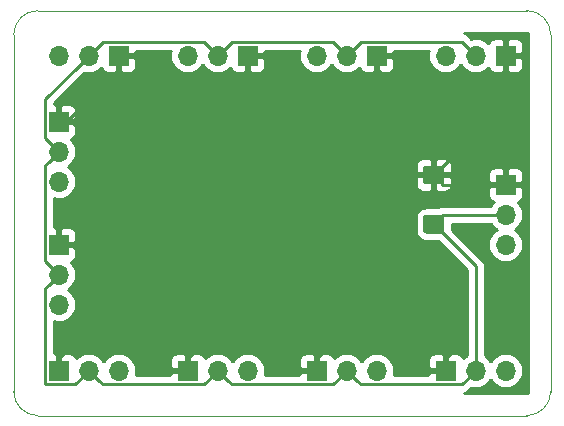
<source format=gbr>
G04 #@! TF.GenerationSoftware,KiCad,Pcbnew,5.1.4-e60b266~84~ubuntu18.04.1*
G04 #@! TF.CreationDate,2019-10-06T14:52:02-04:00*
G04 #@! TF.ProjectId,ds18b20,64733138-6232-4302-9e6b-696361645f70,rev?*
G04 #@! TF.SameCoordinates,Original*
G04 #@! TF.FileFunction,Copper,L1,Top*
G04 #@! TF.FilePolarity,Positive*
%FSLAX46Y46*%
G04 Gerber Fmt 4.6, Leading zero omitted, Abs format (unit mm)*
G04 Created by KiCad (PCBNEW 5.1.4-e60b266~84~ubuntu18.04.1) date 2019-10-06 14:52:02*
%MOMM*%
%LPD*%
G04 APERTURE LIST*
%ADD10C,0.050000*%
%ADD11O,1.700000X1.700000*%
%ADD12R,1.700000X1.700000*%
%ADD13C,0.100000*%
%ADD14C,1.575000*%
%ADD15C,0.250000*%
%ADD16C,0.254000*%
G04 APERTURE END LIST*
D10*
X89154000Y-22860000D02*
G75*
G02X91186000Y-24892000I0J-2032000D01*
G01*
X91186000Y-55118000D02*
G75*
G02X89154000Y-57150000I-2032000J0D01*
G01*
X47752000Y-57150000D02*
G75*
G02X45720000Y-55118000I0J2032000D01*
G01*
X45720000Y-24892000D02*
G75*
G02X47752000Y-22860000I2032000J0D01*
G01*
X47752000Y-22860000D02*
X48260000Y-22860000D01*
X45720000Y-55118000D02*
X45720000Y-24892000D01*
X89154000Y-57150000D02*
X47752000Y-57150000D01*
X91186000Y-24892000D02*
X91186000Y-55118000D01*
X48260000Y-22860000D02*
X89154000Y-22860000D01*
D11*
X49530000Y-26670000D03*
X52070000Y-26670000D03*
D12*
X54610000Y-26670000D03*
X49530000Y-32258000D03*
D11*
X49530000Y-34798000D03*
X49530000Y-37338000D03*
X60452000Y-26670000D03*
X62992000Y-26670000D03*
D12*
X65532000Y-26670000D03*
X76454000Y-26670000D03*
D11*
X73914000Y-26670000D03*
X71374000Y-26670000D03*
X82296000Y-26670000D03*
X84836000Y-26670000D03*
D12*
X87376000Y-26670000D03*
X71374000Y-53340000D03*
D11*
X73914000Y-53340000D03*
X76454000Y-53340000D03*
D12*
X49530000Y-42672000D03*
D11*
X49530000Y-45212000D03*
X49530000Y-47752000D03*
X54610000Y-53340000D03*
X52070000Y-53340000D03*
D12*
X49530000Y-53340000D03*
X60452000Y-53340000D03*
D11*
X62992000Y-53340000D03*
X65532000Y-53340000D03*
X87376000Y-53340000D03*
X84836000Y-53340000D03*
D12*
X82296000Y-53340000D03*
X87376000Y-37592000D03*
D11*
X87376000Y-40132000D03*
X87376000Y-42672000D03*
D13*
G36*
X81954505Y-35988204D02*
G01*
X81978773Y-35991804D01*
X82002572Y-35997765D01*
X82025671Y-36006030D01*
X82047850Y-36016520D01*
X82068893Y-36029132D01*
X82088599Y-36043747D01*
X82106777Y-36060223D01*
X82123253Y-36078401D01*
X82137868Y-36098107D01*
X82150480Y-36119150D01*
X82160970Y-36141329D01*
X82169235Y-36164428D01*
X82175196Y-36188227D01*
X82178796Y-36212495D01*
X82180000Y-36236999D01*
X82180000Y-37312001D01*
X82178796Y-37336505D01*
X82175196Y-37360773D01*
X82169235Y-37384572D01*
X82160970Y-37407671D01*
X82150480Y-37429850D01*
X82137868Y-37450893D01*
X82123253Y-37470599D01*
X82106777Y-37488777D01*
X82088599Y-37505253D01*
X82068893Y-37519868D01*
X82047850Y-37532480D01*
X82025671Y-37542970D01*
X82002572Y-37551235D01*
X81978773Y-37557196D01*
X81954505Y-37560796D01*
X81930001Y-37562000D01*
X80629999Y-37562000D01*
X80605495Y-37560796D01*
X80581227Y-37557196D01*
X80557428Y-37551235D01*
X80534329Y-37542970D01*
X80512150Y-37532480D01*
X80491107Y-37519868D01*
X80471401Y-37505253D01*
X80453223Y-37488777D01*
X80436747Y-37470599D01*
X80422132Y-37450893D01*
X80409520Y-37429850D01*
X80399030Y-37407671D01*
X80390765Y-37384572D01*
X80384804Y-37360773D01*
X80381204Y-37336505D01*
X80380000Y-37312001D01*
X80380000Y-36236999D01*
X80381204Y-36212495D01*
X80384804Y-36188227D01*
X80390765Y-36164428D01*
X80399030Y-36141329D01*
X80409520Y-36119150D01*
X80422132Y-36098107D01*
X80436747Y-36078401D01*
X80453223Y-36060223D01*
X80471401Y-36043747D01*
X80491107Y-36029132D01*
X80512150Y-36016520D01*
X80534329Y-36006030D01*
X80557428Y-35997765D01*
X80581227Y-35991804D01*
X80605495Y-35988204D01*
X80629999Y-35987000D01*
X81930001Y-35987000D01*
X81954505Y-35988204D01*
X81954505Y-35988204D01*
G37*
D14*
X81280000Y-36774500D03*
D13*
G36*
X81954505Y-40163204D02*
G01*
X81978773Y-40166804D01*
X82002572Y-40172765D01*
X82025671Y-40181030D01*
X82047850Y-40191520D01*
X82068893Y-40204132D01*
X82088599Y-40218747D01*
X82106777Y-40235223D01*
X82123253Y-40253401D01*
X82137868Y-40273107D01*
X82150480Y-40294150D01*
X82160970Y-40316329D01*
X82169235Y-40339428D01*
X82175196Y-40363227D01*
X82178796Y-40387495D01*
X82180000Y-40411999D01*
X82180000Y-41487001D01*
X82178796Y-41511505D01*
X82175196Y-41535773D01*
X82169235Y-41559572D01*
X82160970Y-41582671D01*
X82150480Y-41604850D01*
X82137868Y-41625893D01*
X82123253Y-41645599D01*
X82106777Y-41663777D01*
X82088599Y-41680253D01*
X82068893Y-41694868D01*
X82047850Y-41707480D01*
X82025671Y-41717970D01*
X82002572Y-41726235D01*
X81978773Y-41732196D01*
X81954505Y-41735796D01*
X81930001Y-41737000D01*
X80629999Y-41737000D01*
X80605495Y-41735796D01*
X80581227Y-41732196D01*
X80557428Y-41726235D01*
X80534329Y-41717970D01*
X80512150Y-41707480D01*
X80491107Y-41694868D01*
X80471401Y-41680253D01*
X80453223Y-41663777D01*
X80436747Y-41645599D01*
X80422132Y-41625893D01*
X80409520Y-41604850D01*
X80399030Y-41582671D01*
X80390765Y-41559572D01*
X80384804Y-41535773D01*
X80381204Y-41511505D01*
X80380000Y-41487001D01*
X80380000Y-40411999D01*
X80381204Y-40387495D01*
X80384804Y-40363227D01*
X80390765Y-40339428D01*
X80399030Y-40316329D01*
X80409520Y-40294150D01*
X80422132Y-40273107D01*
X80436747Y-40253401D01*
X80453223Y-40235223D01*
X80471401Y-40218747D01*
X80491107Y-40204132D01*
X80512150Y-40191520D01*
X80534329Y-40181030D01*
X80557428Y-40172765D01*
X80581227Y-40166804D01*
X80605495Y-40163204D01*
X80629999Y-40162000D01*
X81930001Y-40162000D01*
X81954505Y-40163204D01*
X81954505Y-40163204D01*
G37*
D14*
X81280000Y-40949500D03*
D15*
X82097500Y-40132000D02*
X81280000Y-40949500D01*
X87376000Y-40132000D02*
X82097500Y-40132000D01*
X84836000Y-44505500D02*
X84836000Y-53340000D01*
X81280000Y-40949500D02*
X84836000Y-44505500D01*
X74763999Y-54189999D02*
X73914000Y-53340000D01*
X75089001Y-54515001D02*
X74763999Y-54189999D01*
X83660999Y-54515001D02*
X75089001Y-54515001D01*
X84836000Y-53340000D02*
X83660999Y-54515001D01*
X63841999Y-54189999D02*
X62992000Y-53340000D01*
X64167001Y-54515001D02*
X63841999Y-54189999D01*
X72738999Y-54515001D02*
X64167001Y-54515001D01*
X73914000Y-53340000D02*
X72738999Y-54515001D01*
X52919999Y-54189999D02*
X52070000Y-53340000D01*
X53245001Y-54515001D02*
X52919999Y-54189999D01*
X61816999Y-54515001D02*
X53245001Y-54515001D01*
X62992000Y-53340000D02*
X61816999Y-54515001D01*
X48680001Y-46061999D02*
X49530000Y-45212000D01*
X48354999Y-46387001D02*
X48680001Y-46061999D01*
X48354999Y-54450001D02*
X48354999Y-46387001D01*
X48419999Y-54515001D02*
X48354999Y-54450001D01*
X50894999Y-54515001D02*
X48419999Y-54515001D01*
X52070000Y-53340000D02*
X50894999Y-54515001D01*
X48680001Y-35647999D02*
X49530000Y-34798000D01*
X48354999Y-35973001D02*
X48680001Y-35647999D01*
X48354999Y-44036999D02*
X48354999Y-35973001D01*
X49530000Y-45212000D02*
X48354999Y-44036999D01*
X51220001Y-27519999D02*
X52070000Y-26670000D01*
X48354999Y-30385001D02*
X51220001Y-27519999D01*
X48354999Y-33622999D02*
X48354999Y-30385001D01*
X49530000Y-34798000D02*
X48354999Y-33622999D01*
X62142001Y-25820001D02*
X62992000Y-26670000D01*
X61816999Y-25494999D02*
X62142001Y-25820001D01*
X53245001Y-25494999D02*
X61816999Y-25494999D01*
X52070000Y-26670000D02*
X53245001Y-25494999D01*
X73064001Y-25820001D02*
X73914000Y-26670000D01*
X72738999Y-25494999D02*
X73064001Y-25820001D01*
X64167001Y-25494999D02*
X72738999Y-25494999D01*
X62992000Y-26670000D02*
X64167001Y-25494999D01*
X83986001Y-25820001D02*
X84836000Y-26670000D01*
X83660999Y-25494999D02*
X83986001Y-25820001D01*
X75089001Y-25494999D02*
X83660999Y-25494999D01*
X73914000Y-26670000D02*
X75089001Y-25494999D01*
X76454000Y-27770000D02*
X77132000Y-28448000D01*
X76454000Y-26670000D02*
X76454000Y-27770000D01*
X87376000Y-27770000D02*
X87376000Y-26670000D01*
X86698000Y-28448000D02*
X87376000Y-27770000D01*
X77132000Y-28448000D02*
X86698000Y-28448000D01*
X65532000Y-28448000D02*
X65532000Y-26670000D01*
X76454000Y-27770000D02*
X75776000Y-28448000D01*
X75776000Y-28448000D02*
X65532000Y-28448000D01*
X54610000Y-28448000D02*
X54610000Y-26670000D01*
X64854000Y-28448000D02*
X54610000Y-28448000D01*
X65532000Y-26670000D02*
X65532000Y-27770000D01*
X65532000Y-27770000D02*
X64854000Y-28448000D01*
X50122000Y-32258000D02*
X49530000Y-32258000D01*
X54610000Y-27770000D02*
X50122000Y-32258000D01*
X54610000Y-26670000D02*
X54610000Y-27770000D01*
X50800000Y-42672000D02*
X49530000Y-42672000D01*
X51308000Y-43180000D02*
X50800000Y-42672000D01*
X51308000Y-32936000D02*
X51308000Y-43180000D01*
X49530000Y-32258000D02*
X50630000Y-32258000D01*
X50630000Y-32258000D02*
X51308000Y-32936000D01*
X50630000Y-42672000D02*
X51308000Y-43350000D01*
X49530000Y-42672000D02*
X50630000Y-42672000D01*
X49530000Y-52240000D02*
X49530000Y-53340000D01*
X51308000Y-50462000D02*
X49530000Y-52240000D01*
X51308000Y-43350000D02*
X51308000Y-50462000D01*
X60452000Y-52070000D02*
X60452000Y-53340000D01*
X60960000Y-51562000D02*
X60452000Y-52070000D01*
X49530000Y-52240000D02*
X50208000Y-51562000D01*
X50208000Y-51562000D02*
X60960000Y-51562000D01*
X71374000Y-52240000D02*
X71374000Y-53340000D01*
X72052000Y-51562000D02*
X71374000Y-52240000D01*
X61130000Y-51562000D02*
X72052000Y-51562000D01*
X60452000Y-52240000D02*
X61130000Y-51562000D01*
X60452000Y-53340000D02*
X60452000Y-52240000D01*
X82296000Y-52240000D02*
X82296000Y-53340000D01*
X82974000Y-51562000D02*
X82296000Y-52240000D01*
X72052000Y-51562000D02*
X82974000Y-51562000D01*
X82097500Y-37592000D02*
X81280000Y-36774500D01*
X87376000Y-37592000D02*
X82097500Y-37592000D01*
X87376000Y-30678500D02*
X81280000Y-36774500D01*
X87376000Y-26670000D02*
X87376000Y-30678500D01*
D16*
G36*
X89281000Y-55245000D02*
G01*
X83872634Y-55245000D01*
X83953246Y-55220547D01*
X84085275Y-55149975D01*
X84201000Y-55055002D01*
X84224803Y-55025998D01*
X84470004Y-54780797D01*
X84544889Y-54803513D01*
X84763050Y-54825000D01*
X84908950Y-54825000D01*
X85127111Y-54803513D01*
X85407034Y-54718599D01*
X85665014Y-54580706D01*
X85891134Y-54395134D01*
X86076706Y-54169014D01*
X86106000Y-54114209D01*
X86135294Y-54169014D01*
X86320866Y-54395134D01*
X86546986Y-54580706D01*
X86804966Y-54718599D01*
X87084889Y-54803513D01*
X87303050Y-54825000D01*
X87448950Y-54825000D01*
X87667111Y-54803513D01*
X87947034Y-54718599D01*
X88205014Y-54580706D01*
X88431134Y-54395134D01*
X88616706Y-54169014D01*
X88754599Y-53911034D01*
X88839513Y-53631111D01*
X88868185Y-53340000D01*
X88839513Y-53048889D01*
X88754599Y-52768966D01*
X88616706Y-52510986D01*
X88431134Y-52284866D01*
X88205014Y-52099294D01*
X87947034Y-51961401D01*
X87667111Y-51876487D01*
X87448950Y-51855000D01*
X87303050Y-51855000D01*
X87084889Y-51876487D01*
X86804966Y-51961401D01*
X86546986Y-52099294D01*
X86320866Y-52284866D01*
X86135294Y-52510986D01*
X86106000Y-52565791D01*
X86076706Y-52510986D01*
X85891134Y-52284866D01*
X85665014Y-52099294D01*
X85596000Y-52062405D01*
X85596000Y-44542822D01*
X85599676Y-44505499D01*
X85596000Y-44468176D01*
X85596000Y-44468167D01*
X85585003Y-44356514D01*
X85541546Y-44213253D01*
X85470974Y-44081224D01*
X85434680Y-44036999D01*
X85399799Y-43994496D01*
X85399795Y-43994492D01*
X85376001Y-43965499D01*
X85347009Y-43941706D01*
X82818072Y-41412770D01*
X82818072Y-40892000D01*
X86098405Y-40892000D01*
X86135294Y-40961014D01*
X86320866Y-41187134D01*
X86546986Y-41372706D01*
X86601791Y-41402000D01*
X86546986Y-41431294D01*
X86320866Y-41616866D01*
X86135294Y-41842986D01*
X85997401Y-42100966D01*
X85912487Y-42380889D01*
X85883815Y-42672000D01*
X85912487Y-42963111D01*
X85997401Y-43243034D01*
X86135294Y-43501014D01*
X86320866Y-43727134D01*
X86546986Y-43912706D01*
X86804966Y-44050599D01*
X87084889Y-44135513D01*
X87303050Y-44157000D01*
X87448950Y-44157000D01*
X87667111Y-44135513D01*
X87947034Y-44050599D01*
X88205014Y-43912706D01*
X88431134Y-43727134D01*
X88616706Y-43501014D01*
X88754599Y-43243034D01*
X88839513Y-42963111D01*
X88868185Y-42672000D01*
X88839513Y-42380889D01*
X88754599Y-42100966D01*
X88616706Y-41842986D01*
X88431134Y-41616866D01*
X88205014Y-41431294D01*
X88150209Y-41402000D01*
X88205014Y-41372706D01*
X88431134Y-41187134D01*
X88616706Y-40961014D01*
X88754599Y-40703034D01*
X88839513Y-40423111D01*
X88868185Y-40132000D01*
X88839513Y-39840889D01*
X88754599Y-39560966D01*
X88616706Y-39302986D01*
X88431134Y-39076866D01*
X88401313Y-39052393D01*
X88470180Y-39031502D01*
X88580494Y-38972537D01*
X88677185Y-38893185D01*
X88756537Y-38796494D01*
X88815502Y-38686180D01*
X88851812Y-38566482D01*
X88864072Y-38442000D01*
X88861000Y-37877750D01*
X88702250Y-37719000D01*
X87503000Y-37719000D01*
X87503000Y-37739000D01*
X87249000Y-37739000D01*
X87249000Y-37719000D01*
X86049750Y-37719000D01*
X85891000Y-37877750D01*
X85887928Y-38442000D01*
X85900188Y-38566482D01*
X85936498Y-38686180D01*
X85995463Y-38796494D01*
X86074815Y-38893185D01*
X86171506Y-38972537D01*
X86281820Y-39031502D01*
X86350687Y-39052393D01*
X86320866Y-39076866D01*
X86135294Y-39302986D01*
X86098405Y-39372000D01*
X82134833Y-39372000D01*
X82097500Y-39368323D01*
X82060167Y-39372000D01*
X81948514Y-39382997D01*
X81805253Y-39426454D01*
X81673224Y-39497026D01*
X81640444Y-39523928D01*
X80629999Y-39523928D01*
X80456745Y-39540992D01*
X80290149Y-39591528D01*
X80136613Y-39673595D01*
X80002038Y-39784038D01*
X79891595Y-39918613D01*
X79809528Y-40072149D01*
X79758992Y-40238745D01*
X79741928Y-40411999D01*
X79741928Y-41487001D01*
X79758992Y-41660255D01*
X79809528Y-41826851D01*
X79891595Y-41980387D01*
X80002038Y-42114962D01*
X80136613Y-42225405D01*
X80290149Y-42307472D01*
X80456745Y-42358008D01*
X80629999Y-42375072D01*
X81630770Y-42375072D01*
X84076000Y-44820303D01*
X84076001Y-52062405D01*
X84006986Y-52099294D01*
X83780866Y-52284866D01*
X83756393Y-52314687D01*
X83735502Y-52245820D01*
X83676537Y-52135506D01*
X83597185Y-52038815D01*
X83500494Y-51959463D01*
X83390180Y-51900498D01*
X83270482Y-51864188D01*
X83146000Y-51851928D01*
X82581750Y-51855000D01*
X82423000Y-52013750D01*
X82423000Y-53213000D01*
X82443000Y-53213000D01*
X82443000Y-53467000D01*
X82423000Y-53467000D01*
X82423000Y-53487000D01*
X82169000Y-53487000D01*
X82169000Y-53467000D01*
X80969750Y-53467000D01*
X80811000Y-53625750D01*
X80810296Y-53755001D01*
X77879931Y-53755001D01*
X77917513Y-53631111D01*
X77946185Y-53340000D01*
X77917513Y-53048889D01*
X77832599Y-52768966D01*
X77694706Y-52510986D01*
X77677484Y-52490000D01*
X80807928Y-52490000D01*
X80811000Y-53054250D01*
X80969750Y-53213000D01*
X82169000Y-53213000D01*
X82169000Y-52013750D01*
X82010250Y-51855000D01*
X81446000Y-51851928D01*
X81321518Y-51864188D01*
X81201820Y-51900498D01*
X81091506Y-51959463D01*
X80994815Y-52038815D01*
X80915463Y-52135506D01*
X80856498Y-52245820D01*
X80820188Y-52365518D01*
X80807928Y-52490000D01*
X77677484Y-52490000D01*
X77509134Y-52284866D01*
X77283014Y-52099294D01*
X77025034Y-51961401D01*
X76745111Y-51876487D01*
X76526950Y-51855000D01*
X76381050Y-51855000D01*
X76162889Y-51876487D01*
X75882966Y-51961401D01*
X75624986Y-52099294D01*
X75398866Y-52284866D01*
X75213294Y-52510986D01*
X75184000Y-52565791D01*
X75154706Y-52510986D01*
X74969134Y-52284866D01*
X74743014Y-52099294D01*
X74485034Y-51961401D01*
X74205111Y-51876487D01*
X73986950Y-51855000D01*
X73841050Y-51855000D01*
X73622889Y-51876487D01*
X73342966Y-51961401D01*
X73084986Y-52099294D01*
X72858866Y-52284866D01*
X72834393Y-52314687D01*
X72813502Y-52245820D01*
X72754537Y-52135506D01*
X72675185Y-52038815D01*
X72578494Y-51959463D01*
X72468180Y-51900498D01*
X72348482Y-51864188D01*
X72224000Y-51851928D01*
X71659750Y-51855000D01*
X71501000Y-52013750D01*
X71501000Y-53213000D01*
X71521000Y-53213000D01*
X71521000Y-53467000D01*
X71501000Y-53467000D01*
X71501000Y-53487000D01*
X71247000Y-53487000D01*
X71247000Y-53467000D01*
X70047750Y-53467000D01*
X69889000Y-53625750D01*
X69888296Y-53755001D01*
X66957931Y-53755001D01*
X66995513Y-53631111D01*
X67024185Y-53340000D01*
X66995513Y-53048889D01*
X66910599Y-52768966D01*
X66772706Y-52510986D01*
X66755484Y-52490000D01*
X69885928Y-52490000D01*
X69889000Y-53054250D01*
X70047750Y-53213000D01*
X71247000Y-53213000D01*
X71247000Y-52013750D01*
X71088250Y-51855000D01*
X70524000Y-51851928D01*
X70399518Y-51864188D01*
X70279820Y-51900498D01*
X70169506Y-51959463D01*
X70072815Y-52038815D01*
X69993463Y-52135506D01*
X69934498Y-52245820D01*
X69898188Y-52365518D01*
X69885928Y-52490000D01*
X66755484Y-52490000D01*
X66587134Y-52284866D01*
X66361014Y-52099294D01*
X66103034Y-51961401D01*
X65823111Y-51876487D01*
X65604950Y-51855000D01*
X65459050Y-51855000D01*
X65240889Y-51876487D01*
X64960966Y-51961401D01*
X64702986Y-52099294D01*
X64476866Y-52284866D01*
X64291294Y-52510986D01*
X64262000Y-52565791D01*
X64232706Y-52510986D01*
X64047134Y-52284866D01*
X63821014Y-52099294D01*
X63563034Y-51961401D01*
X63283111Y-51876487D01*
X63064950Y-51855000D01*
X62919050Y-51855000D01*
X62700889Y-51876487D01*
X62420966Y-51961401D01*
X62162986Y-52099294D01*
X61936866Y-52284866D01*
X61912393Y-52314687D01*
X61891502Y-52245820D01*
X61832537Y-52135506D01*
X61753185Y-52038815D01*
X61656494Y-51959463D01*
X61546180Y-51900498D01*
X61426482Y-51864188D01*
X61302000Y-51851928D01*
X60737750Y-51855000D01*
X60579000Y-52013750D01*
X60579000Y-53213000D01*
X60599000Y-53213000D01*
X60599000Y-53467000D01*
X60579000Y-53467000D01*
X60579000Y-53487000D01*
X60325000Y-53487000D01*
X60325000Y-53467000D01*
X59125750Y-53467000D01*
X58967000Y-53625750D01*
X58966296Y-53755001D01*
X56035931Y-53755001D01*
X56073513Y-53631111D01*
X56102185Y-53340000D01*
X56073513Y-53048889D01*
X55988599Y-52768966D01*
X55850706Y-52510986D01*
X55833484Y-52490000D01*
X58963928Y-52490000D01*
X58967000Y-53054250D01*
X59125750Y-53213000D01*
X60325000Y-53213000D01*
X60325000Y-52013750D01*
X60166250Y-51855000D01*
X59602000Y-51851928D01*
X59477518Y-51864188D01*
X59357820Y-51900498D01*
X59247506Y-51959463D01*
X59150815Y-52038815D01*
X59071463Y-52135506D01*
X59012498Y-52245820D01*
X58976188Y-52365518D01*
X58963928Y-52490000D01*
X55833484Y-52490000D01*
X55665134Y-52284866D01*
X55439014Y-52099294D01*
X55181034Y-51961401D01*
X54901111Y-51876487D01*
X54682950Y-51855000D01*
X54537050Y-51855000D01*
X54318889Y-51876487D01*
X54038966Y-51961401D01*
X53780986Y-52099294D01*
X53554866Y-52284866D01*
X53369294Y-52510986D01*
X53340000Y-52565791D01*
X53310706Y-52510986D01*
X53125134Y-52284866D01*
X52899014Y-52099294D01*
X52641034Y-51961401D01*
X52361111Y-51876487D01*
X52142950Y-51855000D01*
X51997050Y-51855000D01*
X51778889Y-51876487D01*
X51498966Y-51961401D01*
X51240986Y-52099294D01*
X51014866Y-52284866D01*
X50990393Y-52314687D01*
X50969502Y-52245820D01*
X50910537Y-52135506D01*
X50831185Y-52038815D01*
X50734494Y-51959463D01*
X50624180Y-51900498D01*
X50504482Y-51864188D01*
X50380000Y-51851928D01*
X49815750Y-51855000D01*
X49657000Y-52013750D01*
X49657000Y-53213000D01*
X49677000Y-53213000D01*
X49677000Y-53467000D01*
X49657000Y-53467000D01*
X49657000Y-53487000D01*
X49403000Y-53487000D01*
X49403000Y-53467000D01*
X49383000Y-53467000D01*
X49383000Y-53213000D01*
X49403000Y-53213000D01*
X49403000Y-52013750D01*
X49244250Y-51855000D01*
X49114999Y-51854296D01*
X49114999Y-49177931D01*
X49238889Y-49215513D01*
X49457050Y-49237000D01*
X49602950Y-49237000D01*
X49821111Y-49215513D01*
X50101034Y-49130599D01*
X50359014Y-48992706D01*
X50585134Y-48807134D01*
X50770706Y-48581014D01*
X50908599Y-48323034D01*
X50993513Y-48043111D01*
X51022185Y-47752000D01*
X50993513Y-47460889D01*
X50908599Y-47180966D01*
X50770706Y-46922986D01*
X50585134Y-46696866D01*
X50359014Y-46511294D01*
X50304209Y-46482000D01*
X50359014Y-46452706D01*
X50585134Y-46267134D01*
X50770706Y-46041014D01*
X50908599Y-45783034D01*
X50993513Y-45503111D01*
X51022185Y-45212000D01*
X50993513Y-44920889D01*
X50908599Y-44640966D01*
X50770706Y-44382986D01*
X50585134Y-44156866D01*
X50555313Y-44132393D01*
X50624180Y-44111502D01*
X50734494Y-44052537D01*
X50831185Y-43973185D01*
X50910537Y-43876494D01*
X50969502Y-43766180D01*
X51005812Y-43646482D01*
X51018072Y-43522000D01*
X51015000Y-42957750D01*
X50856250Y-42799000D01*
X49657000Y-42799000D01*
X49657000Y-42819000D01*
X49403000Y-42819000D01*
X49403000Y-42799000D01*
X49383000Y-42799000D01*
X49383000Y-42545000D01*
X49403000Y-42545000D01*
X49403000Y-41345750D01*
X49657000Y-41345750D01*
X49657000Y-42545000D01*
X50856250Y-42545000D01*
X51015000Y-42386250D01*
X51018072Y-41822000D01*
X51005812Y-41697518D01*
X50969502Y-41577820D01*
X50910537Y-41467506D01*
X50831185Y-41370815D01*
X50734494Y-41291463D01*
X50624180Y-41232498D01*
X50504482Y-41196188D01*
X50380000Y-41183928D01*
X49815750Y-41187000D01*
X49657000Y-41345750D01*
X49403000Y-41345750D01*
X49244250Y-41187000D01*
X49114999Y-41186296D01*
X49114999Y-38763931D01*
X49238889Y-38801513D01*
X49457050Y-38823000D01*
X49602950Y-38823000D01*
X49821111Y-38801513D01*
X50101034Y-38716599D01*
X50359014Y-38578706D01*
X50585134Y-38393134D01*
X50770706Y-38167014D01*
X50908599Y-37909034D01*
X50993513Y-37629111D01*
X51000122Y-37562000D01*
X79741928Y-37562000D01*
X79754188Y-37686482D01*
X79790498Y-37806180D01*
X79849463Y-37916494D01*
X79928815Y-38013185D01*
X80025506Y-38092537D01*
X80135820Y-38151502D01*
X80255518Y-38187812D01*
X80380000Y-38200072D01*
X80994250Y-38197000D01*
X81153000Y-38038250D01*
X81153000Y-36901500D01*
X81407000Y-36901500D01*
X81407000Y-38038250D01*
X81565750Y-38197000D01*
X82180000Y-38200072D01*
X82304482Y-38187812D01*
X82424180Y-38151502D01*
X82534494Y-38092537D01*
X82631185Y-38013185D01*
X82710537Y-37916494D01*
X82769502Y-37806180D01*
X82805812Y-37686482D01*
X82818072Y-37562000D01*
X82815000Y-37060250D01*
X82656250Y-36901500D01*
X81407000Y-36901500D01*
X81153000Y-36901500D01*
X79903750Y-36901500D01*
X79745000Y-37060250D01*
X79741928Y-37562000D01*
X51000122Y-37562000D01*
X51022185Y-37338000D01*
X50993513Y-37046889D01*
X50908599Y-36766966D01*
X50895255Y-36742000D01*
X85887928Y-36742000D01*
X85891000Y-37306250D01*
X86049750Y-37465000D01*
X87249000Y-37465000D01*
X87249000Y-36265750D01*
X87503000Y-36265750D01*
X87503000Y-37465000D01*
X88702250Y-37465000D01*
X88861000Y-37306250D01*
X88864072Y-36742000D01*
X88851812Y-36617518D01*
X88815502Y-36497820D01*
X88756537Y-36387506D01*
X88677185Y-36290815D01*
X88580494Y-36211463D01*
X88470180Y-36152498D01*
X88350482Y-36116188D01*
X88226000Y-36103928D01*
X87661750Y-36107000D01*
X87503000Y-36265750D01*
X87249000Y-36265750D01*
X87090250Y-36107000D01*
X86526000Y-36103928D01*
X86401518Y-36116188D01*
X86281820Y-36152498D01*
X86171506Y-36211463D01*
X86074815Y-36290815D01*
X85995463Y-36387506D01*
X85936498Y-36497820D01*
X85900188Y-36617518D01*
X85887928Y-36742000D01*
X50895255Y-36742000D01*
X50770706Y-36508986D01*
X50585134Y-36282866D01*
X50359014Y-36097294D01*
X50304209Y-36068000D01*
X50359014Y-36038706D01*
X50422017Y-35987000D01*
X79741928Y-35987000D01*
X79745000Y-36488750D01*
X79903750Y-36647500D01*
X81153000Y-36647500D01*
X81153000Y-35510750D01*
X81407000Y-35510750D01*
X81407000Y-36647500D01*
X82656250Y-36647500D01*
X82815000Y-36488750D01*
X82818072Y-35987000D01*
X82805812Y-35862518D01*
X82769502Y-35742820D01*
X82710537Y-35632506D01*
X82631185Y-35535815D01*
X82534494Y-35456463D01*
X82424180Y-35397498D01*
X82304482Y-35361188D01*
X82180000Y-35348928D01*
X81565750Y-35352000D01*
X81407000Y-35510750D01*
X81153000Y-35510750D01*
X80994250Y-35352000D01*
X80380000Y-35348928D01*
X80255518Y-35361188D01*
X80135820Y-35397498D01*
X80025506Y-35456463D01*
X79928815Y-35535815D01*
X79849463Y-35632506D01*
X79790498Y-35742820D01*
X79754188Y-35862518D01*
X79741928Y-35987000D01*
X50422017Y-35987000D01*
X50585134Y-35853134D01*
X50770706Y-35627014D01*
X50908599Y-35369034D01*
X50993513Y-35089111D01*
X51022185Y-34798000D01*
X50993513Y-34506889D01*
X50908599Y-34226966D01*
X50770706Y-33968986D01*
X50585134Y-33742866D01*
X50555313Y-33718393D01*
X50624180Y-33697502D01*
X50734494Y-33638537D01*
X50831185Y-33559185D01*
X50910537Y-33462494D01*
X50969502Y-33352180D01*
X51005812Y-33232482D01*
X51018072Y-33108000D01*
X51015000Y-32543750D01*
X50856250Y-32385000D01*
X49657000Y-32385000D01*
X49657000Y-32405000D01*
X49403000Y-32405000D01*
X49403000Y-32385000D01*
X49383000Y-32385000D01*
X49383000Y-32131000D01*
X49403000Y-32131000D01*
X49403000Y-30931750D01*
X49657000Y-30931750D01*
X49657000Y-32131000D01*
X50856250Y-32131000D01*
X51015000Y-31972250D01*
X51018072Y-31408000D01*
X51005812Y-31283518D01*
X50969502Y-31163820D01*
X50910537Y-31053506D01*
X50831185Y-30956815D01*
X50734494Y-30877463D01*
X50624180Y-30818498D01*
X50504482Y-30782188D01*
X50380000Y-30769928D01*
X49815750Y-30773000D01*
X49657000Y-30931750D01*
X49403000Y-30931750D01*
X49244250Y-30773000D01*
X49114999Y-30772296D01*
X49114999Y-30699802D01*
X51704005Y-28110797D01*
X51778889Y-28133513D01*
X51997050Y-28155000D01*
X52142950Y-28155000D01*
X52361111Y-28133513D01*
X52641034Y-28048599D01*
X52899014Y-27910706D01*
X53125134Y-27725134D01*
X53149607Y-27695313D01*
X53170498Y-27764180D01*
X53229463Y-27874494D01*
X53308815Y-27971185D01*
X53405506Y-28050537D01*
X53515820Y-28109502D01*
X53635518Y-28145812D01*
X53760000Y-28158072D01*
X54324250Y-28155000D01*
X54483000Y-27996250D01*
X54483000Y-26797000D01*
X54737000Y-26797000D01*
X54737000Y-27996250D01*
X54895750Y-28155000D01*
X55460000Y-28158072D01*
X55584482Y-28145812D01*
X55704180Y-28109502D01*
X55814494Y-28050537D01*
X55911185Y-27971185D01*
X55990537Y-27874494D01*
X56049502Y-27764180D01*
X56085812Y-27644482D01*
X56098072Y-27520000D01*
X56095000Y-26955750D01*
X55936250Y-26797000D01*
X54737000Y-26797000D01*
X54483000Y-26797000D01*
X54463000Y-26797000D01*
X54463000Y-26543000D01*
X54483000Y-26543000D01*
X54483000Y-26523000D01*
X54737000Y-26523000D01*
X54737000Y-26543000D01*
X55936250Y-26543000D01*
X56095000Y-26384250D01*
X56095704Y-26254999D01*
X59026069Y-26254999D01*
X58988487Y-26378889D01*
X58959815Y-26670000D01*
X58988487Y-26961111D01*
X59073401Y-27241034D01*
X59211294Y-27499014D01*
X59396866Y-27725134D01*
X59622986Y-27910706D01*
X59880966Y-28048599D01*
X60160889Y-28133513D01*
X60379050Y-28155000D01*
X60524950Y-28155000D01*
X60743111Y-28133513D01*
X61023034Y-28048599D01*
X61281014Y-27910706D01*
X61507134Y-27725134D01*
X61692706Y-27499014D01*
X61722000Y-27444209D01*
X61751294Y-27499014D01*
X61936866Y-27725134D01*
X62162986Y-27910706D01*
X62420966Y-28048599D01*
X62700889Y-28133513D01*
X62919050Y-28155000D01*
X63064950Y-28155000D01*
X63283111Y-28133513D01*
X63563034Y-28048599D01*
X63821014Y-27910706D01*
X64047134Y-27725134D01*
X64071607Y-27695313D01*
X64092498Y-27764180D01*
X64151463Y-27874494D01*
X64230815Y-27971185D01*
X64327506Y-28050537D01*
X64437820Y-28109502D01*
X64557518Y-28145812D01*
X64682000Y-28158072D01*
X65246250Y-28155000D01*
X65405000Y-27996250D01*
X65405000Y-26797000D01*
X65659000Y-26797000D01*
X65659000Y-27996250D01*
X65817750Y-28155000D01*
X66382000Y-28158072D01*
X66506482Y-28145812D01*
X66626180Y-28109502D01*
X66736494Y-28050537D01*
X66833185Y-27971185D01*
X66912537Y-27874494D01*
X66971502Y-27764180D01*
X67007812Y-27644482D01*
X67020072Y-27520000D01*
X67017000Y-26955750D01*
X66858250Y-26797000D01*
X65659000Y-26797000D01*
X65405000Y-26797000D01*
X65385000Y-26797000D01*
X65385000Y-26543000D01*
X65405000Y-26543000D01*
X65405000Y-26523000D01*
X65659000Y-26523000D01*
X65659000Y-26543000D01*
X66858250Y-26543000D01*
X67017000Y-26384250D01*
X67017704Y-26254999D01*
X69948069Y-26254999D01*
X69910487Y-26378889D01*
X69881815Y-26670000D01*
X69910487Y-26961111D01*
X69995401Y-27241034D01*
X70133294Y-27499014D01*
X70318866Y-27725134D01*
X70544986Y-27910706D01*
X70802966Y-28048599D01*
X71082889Y-28133513D01*
X71301050Y-28155000D01*
X71446950Y-28155000D01*
X71665111Y-28133513D01*
X71945034Y-28048599D01*
X72203014Y-27910706D01*
X72429134Y-27725134D01*
X72614706Y-27499014D01*
X72644000Y-27444209D01*
X72673294Y-27499014D01*
X72858866Y-27725134D01*
X73084986Y-27910706D01*
X73342966Y-28048599D01*
X73622889Y-28133513D01*
X73841050Y-28155000D01*
X73986950Y-28155000D01*
X74205111Y-28133513D01*
X74485034Y-28048599D01*
X74743014Y-27910706D01*
X74969134Y-27725134D01*
X74993607Y-27695313D01*
X75014498Y-27764180D01*
X75073463Y-27874494D01*
X75152815Y-27971185D01*
X75249506Y-28050537D01*
X75359820Y-28109502D01*
X75479518Y-28145812D01*
X75604000Y-28158072D01*
X76168250Y-28155000D01*
X76327000Y-27996250D01*
X76327000Y-26797000D01*
X76581000Y-26797000D01*
X76581000Y-27996250D01*
X76739750Y-28155000D01*
X77304000Y-28158072D01*
X77428482Y-28145812D01*
X77548180Y-28109502D01*
X77658494Y-28050537D01*
X77755185Y-27971185D01*
X77834537Y-27874494D01*
X77893502Y-27764180D01*
X77929812Y-27644482D01*
X77942072Y-27520000D01*
X77939000Y-26955750D01*
X77780250Y-26797000D01*
X76581000Y-26797000D01*
X76327000Y-26797000D01*
X76307000Y-26797000D01*
X76307000Y-26543000D01*
X76327000Y-26543000D01*
X76327000Y-26523000D01*
X76581000Y-26523000D01*
X76581000Y-26543000D01*
X77780250Y-26543000D01*
X77939000Y-26384250D01*
X77939704Y-26254999D01*
X80870069Y-26254999D01*
X80832487Y-26378889D01*
X80803815Y-26670000D01*
X80832487Y-26961111D01*
X80917401Y-27241034D01*
X81055294Y-27499014D01*
X81240866Y-27725134D01*
X81466986Y-27910706D01*
X81724966Y-28048599D01*
X82004889Y-28133513D01*
X82223050Y-28155000D01*
X82368950Y-28155000D01*
X82587111Y-28133513D01*
X82867034Y-28048599D01*
X83125014Y-27910706D01*
X83351134Y-27725134D01*
X83536706Y-27499014D01*
X83566000Y-27444209D01*
X83595294Y-27499014D01*
X83780866Y-27725134D01*
X84006986Y-27910706D01*
X84264966Y-28048599D01*
X84544889Y-28133513D01*
X84763050Y-28155000D01*
X84908950Y-28155000D01*
X85127111Y-28133513D01*
X85407034Y-28048599D01*
X85665014Y-27910706D01*
X85891134Y-27725134D01*
X85915607Y-27695313D01*
X85936498Y-27764180D01*
X85995463Y-27874494D01*
X86074815Y-27971185D01*
X86171506Y-28050537D01*
X86281820Y-28109502D01*
X86401518Y-28145812D01*
X86526000Y-28158072D01*
X87090250Y-28155000D01*
X87249000Y-27996250D01*
X87249000Y-26797000D01*
X87503000Y-26797000D01*
X87503000Y-27996250D01*
X87661750Y-28155000D01*
X88226000Y-28158072D01*
X88350482Y-28145812D01*
X88470180Y-28109502D01*
X88580494Y-28050537D01*
X88677185Y-27971185D01*
X88756537Y-27874494D01*
X88815502Y-27764180D01*
X88851812Y-27644482D01*
X88864072Y-27520000D01*
X88861000Y-26955750D01*
X88702250Y-26797000D01*
X87503000Y-26797000D01*
X87249000Y-26797000D01*
X87229000Y-26797000D01*
X87229000Y-26543000D01*
X87249000Y-26543000D01*
X87249000Y-25343750D01*
X87503000Y-25343750D01*
X87503000Y-26543000D01*
X88702250Y-26543000D01*
X88861000Y-26384250D01*
X88864072Y-25820000D01*
X88851812Y-25695518D01*
X88815502Y-25575820D01*
X88756537Y-25465506D01*
X88677185Y-25368815D01*
X88580494Y-25289463D01*
X88470180Y-25230498D01*
X88350482Y-25194188D01*
X88226000Y-25181928D01*
X87661750Y-25185000D01*
X87503000Y-25343750D01*
X87249000Y-25343750D01*
X87090250Y-25185000D01*
X86526000Y-25181928D01*
X86401518Y-25194188D01*
X86281820Y-25230498D01*
X86171506Y-25289463D01*
X86074815Y-25368815D01*
X85995463Y-25465506D01*
X85936498Y-25575820D01*
X85915607Y-25644687D01*
X85891134Y-25614866D01*
X85665014Y-25429294D01*
X85407034Y-25291401D01*
X85127111Y-25206487D01*
X84908950Y-25185000D01*
X84763050Y-25185000D01*
X84544889Y-25206487D01*
X84470004Y-25229203D01*
X84224803Y-24984002D01*
X84201000Y-24954998D01*
X84085275Y-24860025D01*
X83953246Y-24789453D01*
X83872634Y-24765000D01*
X89281000Y-24765000D01*
X89281000Y-55245000D01*
X89281000Y-55245000D01*
G37*
X89281000Y-55245000D02*
X83872634Y-55245000D01*
X83953246Y-55220547D01*
X84085275Y-55149975D01*
X84201000Y-55055002D01*
X84224803Y-55025998D01*
X84470004Y-54780797D01*
X84544889Y-54803513D01*
X84763050Y-54825000D01*
X84908950Y-54825000D01*
X85127111Y-54803513D01*
X85407034Y-54718599D01*
X85665014Y-54580706D01*
X85891134Y-54395134D01*
X86076706Y-54169014D01*
X86106000Y-54114209D01*
X86135294Y-54169014D01*
X86320866Y-54395134D01*
X86546986Y-54580706D01*
X86804966Y-54718599D01*
X87084889Y-54803513D01*
X87303050Y-54825000D01*
X87448950Y-54825000D01*
X87667111Y-54803513D01*
X87947034Y-54718599D01*
X88205014Y-54580706D01*
X88431134Y-54395134D01*
X88616706Y-54169014D01*
X88754599Y-53911034D01*
X88839513Y-53631111D01*
X88868185Y-53340000D01*
X88839513Y-53048889D01*
X88754599Y-52768966D01*
X88616706Y-52510986D01*
X88431134Y-52284866D01*
X88205014Y-52099294D01*
X87947034Y-51961401D01*
X87667111Y-51876487D01*
X87448950Y-51855000D01*
X87303050Y-51855000D01*
X87084889Y-51876487D01*
X86804966Y-51961401D01*
X86546986Y-52099294D01*
X86320866Y-52284866D01*
X86135294Y-52510986D01*
X86106000Y-52565791D01*
X86076706Y-52510986D01*
X85891134Y-52284866D01*
X85665014Y-52099294D01*
X85596000Y-52062405D01*
X85596000Y-44542822D01*
X85599676Y-44505499D01*
X85596000Y-44468176D01*
X85596000Y-44468167D01*
X85585003Y-44356514D01*
X85541546Y-44213253D01*
X85470974Y-44081224D01*
X85434680Y-44036999D01*
X85399799Y-43994496D01*
X85399795Y-43994492D01*
X85376001Y-43965499D01*
X85347009Y-43941706D01*
X82818072Y-41412770D01*
X82818072Y-40892000D01*
X86098405Y-40892000D01*
X86135294Y-40961014D01*
X86320866Y-41187134D01*
X86546986Y-41372706D01*
X86601791Y-41402000D01*
X86546986Y-41431294D01*
X86320866Y-41616866D01*
X86135294Y-41842986D01*
X85997401Y-42100966D01*
X85912487Y-42380889D01*
X85883815Y-42672000D01*
X85912487Y-42963111D01*
X85997401Y-43243034D01*
X86135294Y-43501014D01*
X86320866Y-43727134D01*
X86546986Y-43912706D01*
X86804966Y-44050599D01*
X87084889Y-44135513D01*
X87303050Y-44157000D01*
X87448950Y-44157000D01*
X87667111Y-44135513D01*
X87947034Y-44050599D01*
X88205014Y-43912706D01*
X88431134Y-43727134D01*
X88616706Y-43501014D01*
X88754599Y-43243034D01*
X88839513Y-42963111D01*
X88868185Y-42672000D01*
X88839513Y-42380889D01*
X88754599Y-42100966D01*
X88616706Y-41842986D01*
X88431134Y-41616866D01*
X88205014Y-41431294D01*
X88150209Y-41402000D01*
X88205014Y-41372706D01*
X88431134Y-41187134D01*
X88616706Y-40961014D01*
X88754599Y-40703034D01*
X88839513Y-40423111D01*
X88868185Y-40132000D01*
X88839513Y-39840889D01*
X88754599Y-39560966D01*
X88616706Y-39302986D01*
X88431134Y-39076866D01*
X88401313Y-39052393D01*
X88470180Y-39031502D01*
X88580494Y-38972537D01*
X88677185Y-38893185D01*
X88756537Y-38796494D01*
X88815502Y-38686180D01*
X88851812Y-38566482D01*
X88864072Y-38442000D01*
X88861000Y-37877750D01*
X88702250Y-37719000D01*
X87503000Y-37719000D01*
X87503000Y-37739000D01*
X87249000Y-37739000D01*
X87249000Y-37719000D01*
X86049750Y-37719000D01*
X85891000Y-37877750D01*
X85887928Y-38442000D01*
X85900188Y-38566482D01*
X85936498Y-38686180D01*
X85995463Y-38796494D01*
X86074815Y-38893185D01*
X86171506Y-38972537D01*
X86281820Y-39031502D01*
X86350687Y-39052393D01*
X86320866Y-39076866D01*
X86135294Y-39302986D01*
X86098405Y-39372000D01*
X82134833Y-39372000D01*
X82097500Y-39368323D01*
X82060167Y-39372000D01*
X81948514Y-39382997D01*
X81805253Y-39426454D01*
X81673224Y-39497026D01*
X81640444Y-39523928D01*
X80629999Y-39523928D01*
X80456745Y-39540992D01*
X80290149Y-39591528D01*
X80136613Y-39673595D01*
X80002038Y-39784038D01*
X79891595Y-39918613D01*
X79809528Y-40072149D01*
X79758992Y-40238745D01*
X79741928Y-40411999D01*
X79741928Y-41487001D01*
X79758992Y-41660255D01*
X79809528Y-41826851D01*
X79891595Y-41980387D01*
X80002038Y-42114962D01*
X80136613Y-42225405D01*
X80290149Y-42307472D01*
X80456745Y-42358008D01*
X80629999Y-42375072D01*
X81630770Y-42375072D01*
X84076000Y-44820303D01*
X84076001Y-52062405D01*
X84006986Y-52099294D01*
X83780866Y-52284866D01*
X83756393Y-52314687D01*
X83735502Y-52245820D01*
X83676537Y-52135506D01*
X83597185Y-52038815D01*
X83500494Y-51959463D01*
X83390180Y-51900498D01*
X83270482Y-51864188D01*
X83146000Y-51851928D01*
X82581750Y-51855000D01*
X82423000Y-52013750D01*
X82423000Y-53213000D01*
X82443000Y-53213000D01*
X82443000Y-53467000D01*
X82423000Y-53467000D01*
X82423000Y-53487000D01*
X82169000Y-53487000D01*
X82169000Y-53467000D01*
X80969750Y-53467000D01*
X80811000Y-53625750D01*
X80810296Y-53755001D01*
X77879931Y-53755001D01*
X77917513Y-53631111D01*
X77946185Y-53340000D01*
X77917513Y-53048889D01*
X77832599Y-52768966D01*
X77694706Y-52510986D01*
X77677484Y-52490000D01*
X80807928Y-52490000D01*
X80811000Y-53054250D01*
X80969750Y-53213000D01*
X82169000Y-53213000D01*
X82169000Y-52013750D01*
X82010250Y-51855000D01*
X81446000Y-51851928D01*
X81321518Y-51864188D01*
X81201820Y-51900498D01*
X81091506Y-51959463D01*
X80994815Y-52038815D01*
X80915463Y-52135506D01*
X80856498Y-52245820D01*
X80820188Y-52365518D01*
X80807928Y-52490000D01*
X77677484Y-52490000D01*
X77509134Y-52284866D01*
X77283014Y-52099294D01*
X77025034Y-51961401D01*
X76745111Y-51876487D01*
X76526950Y-51855000D01*
X76381050Y-51855000D01*
X76162889Y-51876487D01*
X75882966Y-51961401D01*
X75624986Y-52099294D01*
X75398866Y-52284866D01*
X75213294Y-52510986D01*
X75184000Y-52565791D01*
X75154706Y-52510986D01*
X74969134Y-52284866D01*
X74743014Y-52099294D01*
X74485034Y-51961401D01*
X74205111Y-51876487D01*
X73986950Y-51855000D01*
X73841050Y-51855000D01*
X73622889Y-51876487D01*
X73342966Y-51961401D01*
X73084986Y-52099294D01*
X72858866Y-52284866D01*
X72834393Y-52314687D01*
X72813502Y-52245820D01*
X72754537Y-52135506D01*
X72675185Y-52038815D01*
X72578494Y-51959463D01*
X72468180Y-51900498D01*
X72348482Y-51864188D01*
X72224000Y-51851928D01*
X71659750Y-51855000D01*
X71501000Y-52013750D01*
X71501000Y-53213000D01*
X71521000Y-53213000D01*
X71521000Y-53467000D01*
X71501000Y-53467000D01*
X71501000Y-53487000D01*
X71247000Y-53487000D01*
X71247000Y-53467000D01*
X70047750Y-53467000D01*
X69889000Y-53625750D01*
X69888296Y-53755001D01*
X66957931Y-53755001D01*
X66995513Y-53631111D01*
X67024185Y-53340000D01*
X66995513Y-53048889D01*
X66910599Y-52768966D01*
X66772706Y-52510986D01*
X66755484Y-52490000D01*
X69885928Y-52490000D01*
X69889000Y-53054250D01*
X70047750Y-53213000D01*
X71247000Y-53213000D01*
X71247000Y-52013750D01*
X71088250Y-51855000D01*
X70524000Y-51851928D01*
X70399518Y-51864188D01*
X70279820Y-51900498D01*
X70169506Y-51959463D01*
X70072815Y-52038815D01*
X69993463Y-52135506D01*
X69934498Y-52245820D01*
X69898188Y-52365518D01*
X69885928Y-52490000D01*
X66755484Y-52490000D01*
X66587134Y-52284866D01*
X66361014Y-52099294D01*
X66103034Y-51961401D01*
X65823111Y-51876487D01*
X65604950Y-51855000D01*
X65459050Y-51855000D01*
X65240889Y-51876487D01*
X64960966Y-51961401D01*
X64702986Y-52099294D01*
X64476866Y-52284866D01*
X64291294Y-52510986D01*
X64262000Y-52565791D01*
X64232706Y-52510986D01*
X64047134Y-52284866D01*
X63821014Y-52099294D01*
X63563034Y-51961401D01*
X63283111Y-51876487D01*
X63064950Y-51855000D01*
X62919050Y-51855000D01*
X62700889Y-51876487D01*
X62420966Y-51961401D01*
X62162986Y-52099294D01*
X61936866Y-52284866D01*
X61912393Y-52314687D01*
X61891502Y-52245820D01*
X61832537Y-52135506D01*
X61753185Y-52038815D01*
X61656494Y-51959463D01*
X61546180Y-51900498D01*
X61426482Y-51864188D01*
X61302000Y-51851928D01*
X60737750Y-51855000D01*
X60579000Y-52013750D01*
X60579000Y-53213000D01*
X60599000Y-53213000D01*
X60599000Y-53467000D01*
X60579000Y-53467000D01*
X60579000Y-53487000D01*
X60325000Y-53487000D01*
X60325000Y-53467000D01*
X59125750Y-53467000D01*
X58967000Y-53625750D01*
X58966296Y-53755001D01*
X56035931Y-53755001D01*
X56073513Y-53631111D01*
X56102185Y-53340000D01*
X56073513Y-53048889D01*
X55988599Y-52768966D01*
X55850706Y-52510986D01*
X55833484Y-52490000D01*
X58963928Y-52490000D01*
X58967000Y-53054250D01*
X59125750Y-53213000D01*
X60325000Y-53213000D01*
X60325000Y-52013750D01*
X60166250Y-51855000D01*
X59602000Y-51851928D01*
X59477518Y-51864188D01*
X59357820Y-51900498D01*
X59247506Y-51959463D01*
X59150815Y-52038815D01*
X59071463Y-52135506D01*
X59012498Y-52245820D01*
X58976188Y-52365518D01*
X58963928Y-52490000D01*
X55833484Y-52490000D01*
X55665134Y-52284866D01*
X55439014Y-52099294D01*
X55181034Y-51961401D01*
X54901111Y-51876487D01*
X54682950Y-51855000D01*
X54537050Y-51855000D01*
X54318889Y-51876487D01*
X54038966Y-51961401D01*
X53780986Y-52099294D01*
X53554866Y-52284866D01*
X53369294Y-52510986D01*
X53340000Y-52565791D01*
X53310706Y-52510986D01*
X53125134Y-52284866D01*
X52899014Y-52099294D01*
X52641034Y-51961401D01*
X52361111Y-51876487D01*
X52142950Y-51855000D01*
X51997050Y-51855000D01*
X51778889Y-51876487D01*
X51498966Y-51961401D01*
X51240986Y-52099294D01*
X51014866Y-52284866D01*
X50990393Y-52314687D01*
X50969502Y-52245820D01*
X50910537Y-52135506D01*
X50831185Y-52038815D01*
X50734494Y-51959463D01*
X50624180Y-51900498D01*
X50504482Y-51864188D01*
X50380000Y-51851928D01*
X49815750Y-51855000D01*
X49657000Y-52013750D01*
X49657000Y-53213000D01*
X49677000Y-53213000D01*
X49677000Y-53467000D01*
X49657000Y-53467000D01*
X49657000Y-53487000D01*
X49403000Y-53487000D01*
X49403000Y-53467000D01*
X49383000Y-53467000D01*
X49383000Y-53213000D01*
X49403000Y-53213000D01*
X49403000Y-52013750D01*
X49244250Y-51855000D01*
X49114999Y-51854296D01*
X49114999Y-49177931D01*
X49238889Y-49215513D01*
X49457050Y-49237000D01*
X49602950Y-49237000D01*
X49821111Y-49215513D01*
X50101034Y-49130599D01*
X50359014Y-48992706D01*
X50585134Y-48807134D01*
X50770706Y-48581014D01*
X50908599Y-48323034D01*
X50993513Y-48043111D01*
X51022185Y-47752000D01*
X50993513Y-47460889D01*
X50908599Y-47180966D01*
X50770706Y-46922986D01*
X50585134Y-46696866D01*
X50359014Y-46511294D01*
X50304209Y-46482000D01*
X50359014Y-46452706D01*
X50585134Y-46267134D01*
X50770706Y-46041014D01*
X50908599Y-45783034D01*
X50993513Y-45503111D01*
X51022185Y-45212000D01*
X50993513Y-44920889D01*
X50908599Y-44640966D01*
X50770706Y-44382986D01*
X50585134Y-44156866D01*
X50555313Y-44132393D01*
X50624180Y-44111502D01*
X50734494Y-44052537D01*
X50831185Y-43973185D01*
X50910537Y-43876494D01*
X50969502Y-43766180D01*
X51005812Y-43646482D01*
X51018072Y-43522000D01*
X51015000Y-42957750D01*
X50856250Y-42799000D01*
X49657000Y-42799000D01*
X49657000Y-42819000D01*
X49403000Y-42819000D01*
X49403000Y-42799000D01*
X49383000Y-42799000D01*
X49383000Y-42545000D01*
X49403000Y-42545000D01*
X49403000Y-41345750D01*
X49657000Y-41345750D01*
X49657000Y-42545000D01*
X50856250Y-42545000D01*
X51015000Y-42386250D01*
X51018072Y-41822000D01*
X51005812Y-41697518D01*
X50969502Y-41577820D01*
X50910537Y-41467506D01*
X50831185Y-41370815D01*
X50734494Y-41291463D01*
X50624180Y-41232498D01*
X50504482Y-41196188D01*
X50380000Y-41183928D01*
X49815750Y-41187000D01*
X49657000Y-41345750D01*
X49403000Y-41345750D01*
X49244250Y-41187000D01*
X49114999Y-41186296D01*
X49114999Y-38763931D01*
X49238889Y-38801513D01*
X49457050Y-38823000D01*
X49602950Y-38823000D01*
X49821111Y-38801513D01*
X50101034Y-38716599D01*
X50359014Y-38578706D01*
X50585134Y-38393134D01*
X50770706Y-38167014D01*
X50908599Y-37909034D01*
X50993513Y-37629111D01*
X51000122Y-37562000D01*
X79741928Y-37562000D01*
X79754188Y-37686482D01*
X79790498Y-37806180D01*
X79849463Y-37916494D01*
X79928815Y-38013185D01*
X80025506Y-38092537D01*
X80135820Y-38151502D01*
X80255518Y-38187812D01*
X80380000Y-38200072D01*
X80994250Y-38197000D01*
X81153000Y-38038250D01*
X81153000Y-36901500D01*
X81407000Y-36901500D01*
X81407000Y-38038250D01*
X81565750Y-38197000D01*
X82180000Y-38200072D01*
X82304482Y-38187812D01*
X82424180Y-38151502D01*
X82534494Y-38092537D01*
X82631185Y-38013185D01*
X82710537Y-37916494D01*
X82769502Y-37806180D01*
X82805812Y-37686482D01*
X82818072Y-37562000D01*
X82815000Y-37060250D01*
X82656250Y-36901500D01*
X81407000Y-36901500D01*
X81153000Y-36901500D01*
X79903750Y-36901500D01*
X79745000Y-37060250D01*
X79741928Y-37562000D01*
X51000122Y-37562000D01*
X51022185Y-37338000D01*
X50993513Y-37046889D01*
X50908599Y-36766966D01*
X50895255Y-36742000D01*
X85887928Y-36742000D01*
X85891000Y-37306250D01*
X86049750Y-37465000D01*
X87249000Y-37465000D01*
X87249000Y-36265750D01*
X87503000Y-36265750D01*
X87503000Y-37465000D01*
X88702250Y-37465000D01*
X88861000Y-37306250D01*
X88864072Y-36742000D01*
X88851812Y-36617518D01*
X88815502Y-36497820D01*
X88756537Y-36387506D01*
X88677185Y-36290815D01*
X88580494Y-36211463D01*
X88470180Y-36152498D01*
X88350482Y-36116188D01*
X88226000Y-36103928D01*
X87661750Y-36107000D01*
X87503000Y-36265750D01*
X87249000Y-36265750D01*
X87090250Y-36107000D01*
X86526000Y-36103928D01*
X86401518Y-36116188D01*
X86281820Y-36152498D01*
X86171506Y-36211463D01*
X86074815Y-36290815D01*
X85995463Y-36387506D01*
X85936498Y-36497820D01*
X85900188Y-36617518D01*
X85887928Y-36742000D01*
X50895255Y-36742000D01*
X50770706Y-36508986D01*
X50585134Y-36282866D01*
X50359014Y-36097294D01*
X50304209Y-36068000D01*
X50359014Y-36038706D01*
X50422017Y-35987000D01*
X79741928Y-35987000D01*
X79745000Y-36488750D01*
X79903750Y-36647500D01*
X81153000Y-36647500D01*
X81153000Y-35510750D01*
X81407000Y-35510750D01*
X81407000Y-36647500D01*
X82656250Y-36647500D01*
X82815000Y-36488750D01*
X82818072Y-35987000D01*
X82805812Y-35862518D01*
X82769502Y-35742820D01*
X82710537Y-35632506D01*
X82631185Y-35535815D01*
X82534494Y-35456463D01*
X82424180Y-35397498D01*
X82304482Y-35361188D01*
X82180000Y-35348928D01*
X81565750Y-35352000D01*
X81407000Y-35510750D01*
X81153000Y-35510750D01*
X80994250Y-35352000D01*
X80380000Y-35348928D01*
X80255518Y-35361188D01*
X80135820Y-35397498D01*
X80025506Y-35456463D01*
X79928815Y-35535815D01*
X79849463Y-35632506D01*
X79790498Y-35742820D01*
X79754188Y-35862518D01*
X79741928Y-35987000D01*
X50422017Y-35987000D01*
X50585134Y-35853134D01*
X50770706Y-35627014D01*
X50908599Y-35369034D01*
X50993513Y-35089111D01*
X51022185Y-34798000D01*
X50993513Y-34506889D01*
X50908599Y-34226966D01*
X50770706Y-33968986D01*
X50585134Y-33742866D01*
X50555313Y-33718393D01*
X50624180Y-33697502D01*
X50734494Y-33638537D01*
X50831185Y-33559185D01*
X50910537Y-33462494D01*
X50969502Y-33352180D01*
X51005812Y-33232482D01*
X51018072Y-33108000D01*
X51015000Y-32543750D01*
X50856250Y-32385000D01*
X49657000Y-32385000D01*
X49657000Y-32405000D01*
X49403000Y-32405000D01*
X49403000Y-32385000D01*
X49383000Y-32385000D01*
X49383000Y-32131000D01*
X49403000Y-32131000D01*
X49403000Y-30931750D01*
X49657000Y-30931750D01*
X49657000Y-32131000D01*
X50856250Y-32131000D01*
X51015000Y-31972250D01*
X51018072Y-31408000D01*
X51005812Y-31283518D01*
X50969502Y-31163820D01*
X50910537Y-31053506D01*
X50831185Y-30956815D01*
X50734494Y-30877463D01*
X50624180Y-30818498D01*
X50504482Y-30782188D01*
X50380000Y-30769928D01*
X49815750Y-30773000D01*
X49657000Y-30931750D01*
X49403000Y-30931750D01*
X49244250Y-30773000D01*
X49114999Y-30772296D01*
X49114999Y-30699802D01*
X51704005Y-28110797D01*
X51778889Y-28133513D01*
X51997050Y-28155000D01*
X52142950Y-28155000D01*
X52361111Y-28133513D01*
X52641034Y-28048599D01*
X52899014Y-27910706D01*
X53125134Y-27725134D01*
X53149607Y-27695313D01*
X53170498Y-27764180D01*
X53229463Y-27874494D01*
X53308815Y-27971185D01*
X53405506Y-28050537D01*
X53515820Y-28109502D01*
X53635518Y-28145812D01*
X53760000Y-28158072D01*
X54324250Y-28155000D01*
X54483000Y-27996250D01*
X54483000Y-26797000D01*
X54737000Y-26797000D01*
X54737000Y-27996250D01*
X54895750Y-28155000D01*
X55460000Y-28158072D01*
X55584482Y-28145812D01*
X55704180Y-28109502D01*
X55814494Y-28050537D01*
X55911185Y-27971185D01*
X55990537Y-27874494D01*
X56049502Y-27764180D01*
X56085812Y-27644482D01*
X56098072Y-27520000D01*
X56095000Y-26955750D01*
X55936250Y-26797000D01*
X54737000Y-26797000D01*
X54483000Y-26797000D01*
X54463000Y-26797000D01*
X54463000Y-26543000D01*
X54483000Y-26543000D01*
X54483000Y-26523000D01*
X54737000Y-26523000D01*
X54737000Y-26543000D01*
X55936250Y-26543000D01*
X56095000Y-26384250D01*
X56095704Y-26254999D01*
X59026069Y-26254999D01*
X58988487Y-26378889D01*
X58959815Y-26670000D01*
X58988487Y-26961111D01*
X59073401Y-27241034D01*
X59211294Y-27499014D01*
X59396866Y-27725134D01*
X59622986Y-27910706D01*
X59880966Y-28048599D01*
X60160889Y-28133513D01*
X60379050Y-28155000D01*
X60524950Y-28155000D01*
X60743111Y-28133513D01*
X61023034Y-28048599D01*
X61281014Y-27910706D01*
X61507134Y-27725134D01*
X61692706Y-27499014D01*
X61722000Y-27444209D01*
X61751294Y-27499014D01*
X61936866Y-27725134D01*
X62162986Y-27910706D01*
X62420966Y-28048599D01*
X62700889Y-28133513D01*
X62919050Y-28155000D01*
X63064950Y-28155000D01*
X63283111Y-28133513D01*
X63563034Y-28048599D01*
X63821014Y-27910706D01*
X64047134Y-27725134D01*
X64071607Y-27695313D01*
X64092498Y-27764180D01*
X64151463Y-27874494D01*
X64230815Y-27971185D01*
X64327506Y-28050537D01*
X64437820Y-28109502D01*
X64557518Y-28145812D01*
X64682000Y-28158072D01*
X65246250Y-28155000D01*
X65405000Y-27996250D01*
X65405000Y-26797000D01*
X65659000Y-26797000D01*
X65659000Y-27996250D01*
X65817750Y-28155000D01*
X66382000Y-28158072D01*
X66506482Y-28145812D01*
X66626180Y-28109502D01*
X66736494Y-28050537D01*
X66833185Y-27971185D01*
X66912537Y-27874494D01*
X66971502Y-27764180D01*
X67007812Y-27644482D01*
X67020072Y-27520000D01*
X67017000Y-26955750D01*
X66858250Y-26797000D01*
X65659000Y-26797000D01*
X65405000Y-26797000D01*
X65385000Y-26797000D01*
X65385000Y-26543000D01*
X65405000Y-26543000D01*
X65405000Y-26523000D01*
X65659000Y-26523000D01*
X65659000Y-26543000D01*
X66858250Y-26543000D01*
X67017000Y-26384250D01*
X67017704Y-26254999D01*
X69948069Y-26254999D01*
X69910487Y-26378889D01*
X69881815Y-26670000D01*
X69910487Y-26961111D01*
X69995401Y-27241034D01*
X70133294Y-27499014D01*
X70318866Y-27725134D01*
X70544986Y-27910706D01*
X70802966Y-28048599D01*
X71082889Y-28133513D01*
X71301050Y-28155000D01*
X71446950Y-28155000D01*
X71665111Y-28133513D01*
X71945034Y-28048599D01*
X72203014Y-27910706D01*
X72429134Y-27725134D01*
X72614706Y-27499014D01*
X72644000Y-27444209D01*
X72673294Y-27499014D01*
X72858866Y-27725134D01*
X73084986Y-27910706D01*
X73342966Y-28048599D01*
X73622889Y-28133513D01*
X73841050Y-28155000D01*
X73986950Y-28155000D01*
X74205111Y-28133513D01*
X74485034Y-28048599D01*
X74743014Y-27910706D01*
X74969134Y-27725134D01*
X74993607Y-27695313D01*
X75014498Y-27764180D01*
X75073463Y-27874494D01*
X75152815Y-27971185D01*
X75249506Y-28050537D01*
X75359820Y-28109502D01*
X75479518Y-28145812D01*
X75604000Y-28158072D01*
X76168250Y-28155000D01*
X76327000Y-27996250D01*
X76327000Y-26797000D01*
X76581000Y-26797000D01*
X76581000Y-27996250D01*
X76739750Y-28155000D01*
X77304000Y-28158072D01*
X77428482Y-28145812D01*
X77548180Y-28109502D01*
X77658494Y-28050537D01*
X77755185Y-27971185D01*
X77834537Y-27874494D01*
X77893502Y-27764180D01*
X77929812Y-27644482D01*
X77942072Y-27520000D01*
X77939000Y-26955750D01*
X77780250Y-26797000D01*
X76581000Y-26797000D01*
X76327000Y-26797000D01*
X76307000Y-26797000D01*
X76307000Y-26543000D01*
X76327000Y-26543000D01*
X76327000Y-26523000D01*
X76581000Y-26523000D01*
X76581000Y-26543000D01*
X77780250Y-26543000D01*
X77939000Y-26384250D01*
X77939704Y-26254999D01*
X80870069Y-26254999D01*
X80832487Y-26378889D01*
X80803815Y-26670000D01*
X80832487Y-26961111D01*
X80917401Y-27241034D01*
X81055294Y-27499014D01*
X81240866Y-27725134D01*
X81466986Y-27910706D01*
X81724966Y-28048599D01*
X82004889Y-28133513D01*
X82223050Y-28155000D01*
X82368950Y-28155000D01*
X82587111Y-28133513D01*
X82867034Y-28048599D01*
X83125014Y-27910706D01*
X83351134Y-27725134D01*
X83536706Y-27499014D01*
X83566000Y-27444209D01*
X83595294Y-27499014D01*
X83780866Y-27725134D01*
X84006986Y-27910706D01*
X84264966Y-28048599D01*
X84544889Y-28133513D01*
X84763050Y-28155000D01*
X84908950Y-28155000D01*
X85127111Y-28133513D01*
X85407034Y-28048599D01*
X85665014Y-27910706D01*
X85891134Y-27725134D01*
X85915607Y-27695313D01*
X85936498Y-27764180D01*
X85995463Y-27874494D01*
X86074815Y-27971185D01*
X86171506Y-28050537D01*
X86281820Y-28109502D01*
X86401518Y-28145812D01*
X86526000Y-28158072D01*
X87090250Y-28155000D01*
X87249000Y-27996250D01*
X87249000Y-26797000D01*
X87503000Y-26797000D01*
X87503000Y-27996250D01*
X87661750Y-28155000D01*
X88226000Y-28158072D01*
X88350482Y-28145812D01*
X88470180Y-28109502D01*
X88580494Y-28050537D01*
X88677185Y-27971185D01*
X88756537Y-27874494D01*
X88815502Y-27764180D01*
X88851812Y-27644482D01*
X88864072Y-27520000D01*
X88861000Y-26955750D01*
X88702250Y-26797000D01*
X87503000Y-26797000D01*
X87249000Y-26797000D01*
X87229000Y-26797000D01*
X87229000Y-26543000D01*
X87249000Y-26543000D01*
X87249000Y-25343750D01*
X87503000Y-25343750D01*
X87503000Y-26543000D01*
X88702250Y-26543000D01*
X88861000Y-26384250D01*
X88864072Y-25820000D01*
X88851812Y-25695518D01*
X88815502Y-25575820D01*
X88756537Y-25465506D01*
X88677185Y-25368815D01*
X88580494Y-25289463D01*
X88470180Y-25230498D01*
X88350482Y-25194188D01*
X88226000Y-25181928D01*
X87661750Y-25185000D01*
X87503000Y-25343750D01*
X87249000Y-25343750D01*
X87090250Y-25185000D01*
X86526000Y-25181928D01*
X86401518Y-25194188D01*
X86281820Y-25230498D01*
X86171506Y-25289463D01*
X86074815Y-25368815D01*
X85995463Y-25465506D01*
X85936498Y-25575820D01*
X85915607Y-25644687D01*
X85891134Y-25614866D01*
X85665014Y-25429294D01*
X85407034Y-25291401D01*
X85127111Y-25206487D01*
X84908950Y-25185000D01*
X84763050Y-25185000D01*
X84544889Y-25206487D01*
X84470004Y-25229203D01*
X84224803Y-24984002D01*
X84201000Y-24954998D01*
X84085275Y-24860025D01*
X83953246Y-24789453D01*
X83872634Y-24765000D01*
X89281000Y-24765000D01*
X89281000Y-55245000D01*
M02*

</source>
